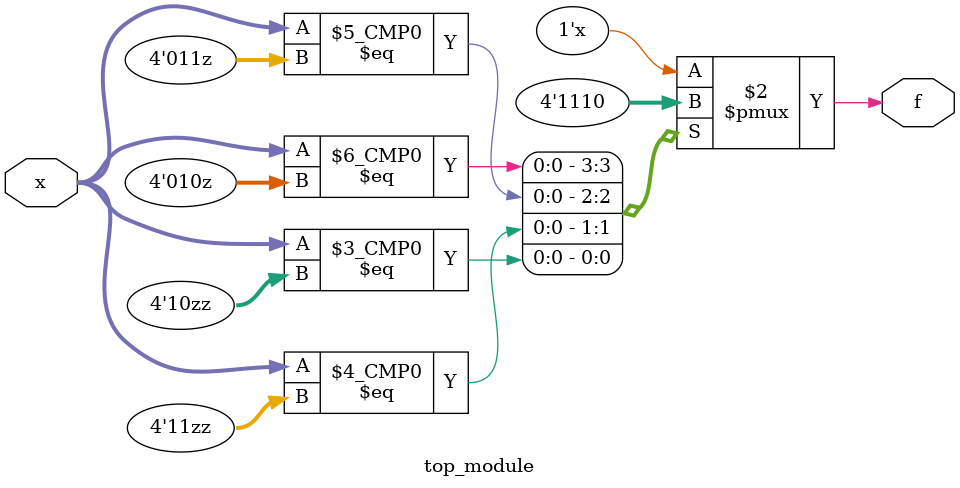
<source format=sv>
module top_module (
    input [4:1] x,
    output logic f
);

always_comb begin
    case (x)
        4'b00??: f = f; // don't-care cases should maintain the previous value of f
        4'b010?: f = 1;
        4'b011?: f = 1;
        4'b11??: f = 1;
        4'b10??: f = 0;
        default: f = 0;
    endcase
end

endmodule

</source>
